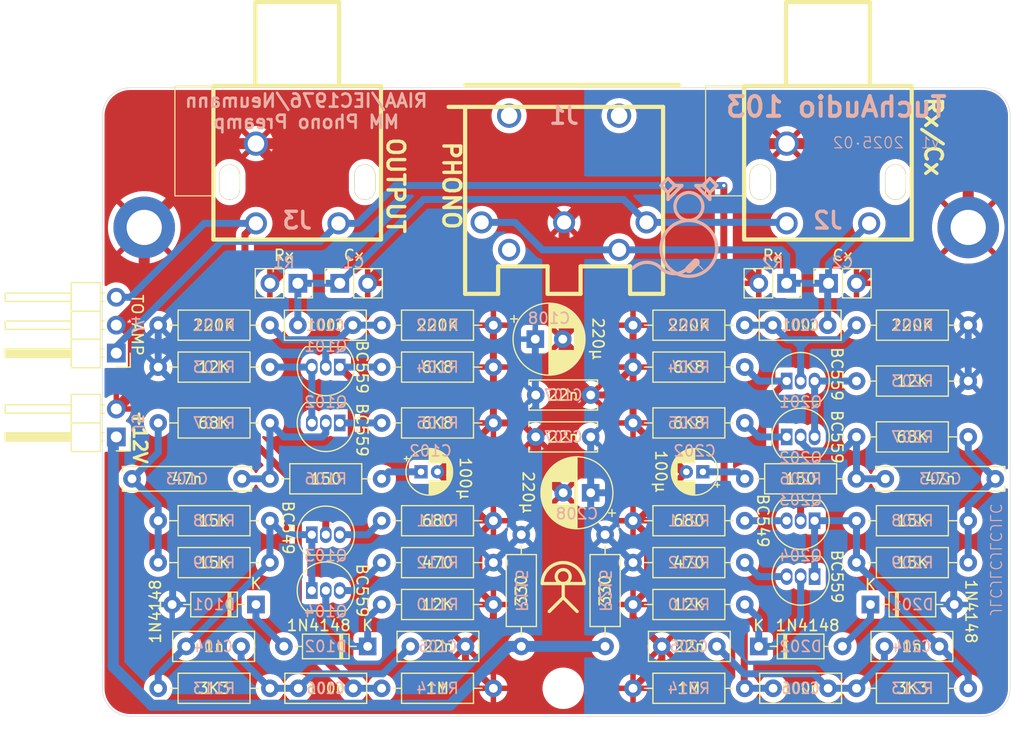
<source format=kicad_pcb>
(kicad_pcb (version 20240108) (generator "pcbnew") (generator_version "8.0")
  (layers (0 "F.Cu" signal) (31 "B.Cu" signal) (34 "B.Paste" user) (35 "F.Paste" user) (36 "B.SilkS" user "B.Silkscreen") (37 "F.SilkS" user "F.Silkscreen") (38 "B.Mask" user) (39 "F.Mask" user) (44 "Edge.Cuts" user))
  (net 0 "")
  (net 1 "GND")
  (net 2 "/IN")
  (net 3 "/IN'")
  (net 4 "/NI_IN")
  (net 5 "/DC_BLK")
  (net 6 "/INV_IN")
  (net 7 "/FB_R")
  (net 8 "/OA_O")
  (net 9 "/LP")
  (net 10 "/OUT")
  (net 11 "/PWR_F")
  (net 12 "/NI_IN'")
  (net 13 "/DC_BLK'")
  (net 14 "/FB_R'")
  (net 15 "/INV_IN'")
  (net 16 "/OA_O'")
  (net 17 "/LP'")
  (net 18 "/OUT'")
  (net 19 "/PWR_F'")
  (net 20 "/H_BIAS")
  (net 21 "/BIAS")
  (net 22 "/H_BIAS'")
  (net 23 "/BIAS'")
  (net 25 "+12V")
  (net 26 "/NI_OUT'")
  (net 27 "/COMMON'")
  (net 28 "/INV_OUT'")
  (net 29 "/COMMON")
  (net 30 "/NI_OUT")
  (net 31 "/INV_OUT")
  (net 32 "/EX_E")
  (net 33 "/CS_E")
  (net 34 "/EX_E'")
  (net 35 "/CS_E'")
  (footprint "Diode_THT:D_DO-35_SOD27_P7.62mm_Horizontal" (layer "F.Cu") (at 109.22 69.85 180)
    (property "Reference" "D101")
    (property "Value" "1N4148")
  )
  (footprint "Capacitor_THT:C_Rect_L11.5mm_W2.0mm_P10.00mm_MKT" (layer "F.Cu") (at 107.95 58.42 180)
    (property "Reference" "C103")
    (property "Value" "47n")
  )
  (footprint "Capacitor_THT:C_Rect_L7.2mm_W2.5mm_P5.00mm_FKS2_FKP2_MKS2_MKP2" (layer "F.Cu") (at 161.25 77.47 180)
    (property "Reference" "C206")
    (property "Value" "100n")
  )
  (footprint "Resistor_THT:R_Axial_DIN0207_L6.3mm_D2.5mm_P10.16mm_Horizontal" (layer "F.Cu") (at 173.99 77.47 180)
    (property "Reference" "R213")
    (property "Value" "3K3")
  )
  (footprint "Resistor_THT:R_Axial_DIN0207_L6.3mm_D2.5mm_P10.16mm_Horizontal" (layer "F.Cu") (at 153.67 77.47 180)
    (property "Reference" "R214")
    (property "Value" "1M")
  )
  (footprint "Diode_THT:D_DO-35_SOD27_P7.62mm_Horizontal" (layer "F.Cu") (at 165.1 69.85)
    (property "Reference" "D201")
    (property "Value" "1N4148")
  )
  (footprint "Resistor_THT:R_Axial_DIN0207_L6.3mm_D2.5mm_P10.16mm_Horizontal" (layer "F.Cu") (at 143.51 66.04)
    (property "Reference" "R212")
    (property "Value" "470")
  )
  (footprint "Package_TO_SOT_THT:TO-92_Inline" (layer "F.Cu") (at 160.02 67.31 180)
    (property "Reference" "Q204")
    (property "Value" "BC559")
  )
  (footprint "Connector_PinSocket_2.54mm:PinSocket_1x02_P2.54mm_Vertical" (layer "F.Cu") (at 161.29 40.64 90)
    (property "Reference" "C2")
    (property "Value" "Cx")
  )
  (footprint "Capacitor_THT:C_Rect_L11.5mm_W2.0mm_P10.00mm_MKT" (layer "F.Cu") (at 166.45 58.42)
    (property "Reference" "C203")
    (property "Value" "47n")
  )
  (footprint "Resistor_THT:R_Axial_DIN0207_L6.3mm_D2.5mm_P10.16mm_Horizontal" (layer "F.Cu") (at 173.99 66.04 180)
    (property "Reference" "R209")
    (property "Value" "15K")
  )
  (footprint "Capacitor_THT:C_Rect_L7.2mm_W2.5mm_P5.00mm_FKS2_FKP2_MKS2_MKP2" (layer "F.Cu") (at 102.87 73.66)
    (property "Reference" "C104")
    (property "Value" "1n")
  )
  (footprint "Resistor_THT:R_Axial_DIN0207_L6.3mm_D2.5mm_P10.16mm_Horizontal" (layer "F.Cu") (at 163.83 58.42 180)
    (property "Reference" "R206")
    (property "Value" "150")
  )
  (footprint "Capacitor_THT:CP_Radial_D6.3mm_P2.50mm" (layer "F.Cu") (at 139.66 59.69 180)
    (property "Reference" "C208")
    (property "Value" "220µ")
  )
  (footprint "Resistor_THT:R_Axial_DIN0207_L6.3mm_D2.5mm_P10.16mm_Horizontal" (layer "F.Cu") (at 173.99 62.23 180)
    (property "Reference" "R208")
    (property "Value" "15K")
  )
  (footprint "MountingHole:MountingHole_3.2mm_M3_DIN965_Pad" (layer "F.Cu") (at 99.06 35.56)
    (property "Reference" "H1" (hide yes))
    (property "Value" "MountingHole_Pad" (hide yes))
  )
  (footprint "Resistor_THT:R_Axial_DIN0207_L6.3mm_D2.5mm_P10.16mm_Horizontal" (layer "F.Cu") (at 100.33 77.47)
    (property "Reference" "R113")
    (property "Value" "3K3")
  )
  (footprint "Resistor_THT:R_Axial_DIN0207_L6.3mm_D2.5mm_P10.16mm_Horizontal" (layer "F.Cu") (at 110.49 53.34 180)
    (property "Reference" "R107")
    (property "Value" "68K")
  )
  (footprint "Package_TO_SOT_THT:TO-92_Inline" (layer "F.Cu") (at 157.48 54.61)
    (property "Reference" "Q202")
    (property "Value" "BC559")
  )
  (footprint "Connector_PinSocket_2.54mm:PinSocket_1x02_P2.54mm_Vertical" (layer "F.Cu") (at 157.48 40.64 -90)
    (property "Reference" "R2")
    (property "Value" "Rx")
  )
  (footprint "Resistor_THT:R_Axial_DIN0207_L6.3mm_D2.5mm_P10.16mm_Horizontal" (layer "F.Cu") (at 100.33 66.04)
    (property "Reference" "R109")
    (property "Value" "15K")
  )
  (footprint "Capacitor_THT:C_Rect_L7.2mm_W2.5mm_P5.00mm_FKS2_FKP2_MKS2_MKP2" (layer "F.Cu") (at 113.03 44.45)
    (property "Reference" "C101")
    (property "Value" "100n")
  )
  (footprint "Resistor_THT:R_Axial_DIN0207_L6.3mm_D2.5mm_P10.16mm_Horizontal" (layer "F.Cu") (at 153.67 53.34 180)
    (property "Reference" "R205")
    (property "Value" "6K8")
  )
  (footprint "durango:DIN 5-180deg" (layer "F.Cu") (at 128.24 24.6)
    (property "Reference" "J1")
    (property "Value" "PHONO")
  )
  (footprint "Resistor_THT:R_Axial_DIN0207_L6.3mm_D2.5mm_P10.16mm_Horizontal" (layer "F.Cu") (at 153.67 62.23 180)
    (property "Reference" "R211")
    (property "Value" "680")
  )
  (footprint "Capacitor_THT:C_Rect_L7.2mm_W2.5mm_P5.00mm_FKS2_FKP2_MKS2_MKP2" (layer "F.Cu") (at 146.13 73.66)
    (property "Reference" "C205")
    (property "Value" "22n")
  )
  (footprint "Resistor_THT:R_Axial_DIN0207_L6.3mm_D2.5mm_P10.16mm_Horizontal" (layer "F.Cu") (at 120.65 69.85)
    (property "Reference" "R110")
    (property "Value" "12K")
  )
  (footprint "Resistor_THT:R_Axial_DIN0207_L6.3mm_D2.5mm_P10.16mm_Horizontal" (layer "F.Cu") (at 153.67 48.26 180)
    (property "Reference" "R204")
    (property "Value" "6K8")
  )
  (footprint "Resistor_THT:R_Axial_DIN0207_L6.3mm_D2.5mm_P10.16mm_Horizontal" (layer "F.Cu") (at 173.99 44.45 180)
    (property "Reference" "R201")
    (property "Value" "220K")
  )
  (footprint "Capacitor_THT:C_Rect_L7.2mm_W2.5mm_P5.00mm_FKS2_FKP2_MKS2_MKP2" (layer "F.Cu") (at 171.37 73.66 180)
    (property "Reference" "C204")
    (property "Value" "1n")
  )
  (footprint "Resistor_THT:R_Axial_DIN0207_L6.3mm_D2.5mm_P10.16mm_Horizontal" (layer "F.Cu") (at 100.33 62.23)
    (property "Reference" "R108")
    (property "Value" "15K")
  )
  (footprint "Resistor_THT:R_Axial_DIN0207_L6.3mm_D2.5mm_P10.16mm_Horizontal" (layer "F.Cu") (at 120.65 44.45)
    (property "Reference" "R102")
    (property "Value" "220K")
  )
  (footprint "Capacitor_THT:C_Disc_D6.0mm_W2.5mm_P5.00mm" (layer "F.Cu") (at 139.66 50.8 180)
    (property "Reference" "C107")
    (property "Value" "22n")
  )
  (footprint "Diode_THT:D_DO-35_SOD27_P7.62mm_Horizontal" (layer "F.Cu") (at 119.38 73.66 180)
    (property "Reference" "D102")
    (property "Value" "1N4148")
  )
  (footprint "Connector_PinHeader_2.54mm:PinHeader_1x02_P2.54mm_Horizontal" (layer "F.Cu") (at 96.52 54.61 180)
    (property "Reference" "J5")
    (property "Value" "+12V")
  )
  (footprint "Resistor_THT:R_Axial_DIN0207_L6.3mm_D2.5mm_P10.16mm_Horizontal" (layer "F.Cu") (at 173.99 49.53 180)
    (property "Reference" "R203")
    (property "Value" "12K")
  )
  (footprint "Package_TO_SOT_THT:TO-92_Inline" (layer "F.Cu") (at 116.84 48.26 180)
    (property "Reference" "Q101")
    (property "Value" "BC559")
  )
  (footprint "Resistor_THT:R_Axial_DIN0207_L6.3mm_D2.5mm_P10.16mm_Horizontal" (layer "F.Cu") (at 120.65 48.26)
    (property "Reference" "R104")
    (property "Value" "6K8")
  )
  (footprint "Resistor_THT:R_Axial_DIN0207_L6.3mm_D2.5mm_P10.16mm_Horizontal" (layer "F.Cu") (at 120.65 53.34)
    (property "Reference" "R105")
    (property "Value" "6K8")
  )
  (footprint "Package_TO_SOT_THT:TO-92_Inline" (layer "F.Cu") (at 160.02 62.23 180)
    (property "Reference" "Q203")
    (property "Value" "BC549")
  )
  (footprint "Package_TO_SOT_THT:TO-92_Inline" (layer "F.Cu") (at 114.3 63.5)
    (property "Reference" "Q103")
    (property "Value" "BC549")
  )
  (footprint "Capacitor_THT:CP_Radial_D6.3mm_P2.50mm" (layer "F.Cu") (at 134.62 45.72)
    (property "Reference" "C108")
    (property "Value" "220µ")
  )
  (footprint "Resistor_THT:R_Axial_DIN0207_L6.3mm_D2.5mm_P10.16mm_Horizontal" (layer "F.Cu") (at 120.65 77.47)
    (property "Reference" "R114")
    (property "Value" "1M")
  )
  (footprint "Connector_PinSocket_2.54mm:PinSocket_1x02_P2.54mm_Vertical" (layer "F.Cu") (at 116.84 40.64 90)
    (property "Reference" "C1")
    (property "Value" "Cx")
  )
  (footprint "Resistor_THT:R_Axial_DIN0207_L6.3mm_D2.5mm_P10.16mm_Horizontal" (layer "F.Cu") (at 133.35 63.5 -90)
    (property "Reference" "R115")
    (property "Value" "330")
  )
  (footprint "Capacitor_THT:C_Rect_L7.2mm_W2.5mm_P5.00mm_FKS2_FKP2_MKS2_MKP2" (layer "F.Cu") (at 113.07 77.47)
    (property "Reference" "C106")
    (property "Value" "100n")
  )
  (footprint "Resistor_THT:R_Axial_DIN0207_L6.3mm_D2.5mm_P10.16mm_Horizontal" (layer "F.Cu") (at 130.81 66.04 180)
    (property "Reference" "R112")
    (property "Value" "470")
  )
  (footprint "Diode_THT:D_DO-35_SOD27_P7.62mm_Horizontal" (layer "F.Cu") (at 154.94 73.66)
    (property "Reference" "D202")
    (property "Value" "1N4148")
  )
  (footprint "Resistor_THT:R_Axial_DIN0207_L6.3mm_D2.5mm_P10.16mm_Horizontal" (layer "F.Cu") (at 100.33 44.45)
    (property "Reference" "R101")
    (property "Value" "220K")
  )
  (footprint "Resistor_THT:R_Axial_DIN0207_L6.3mm_D2.5mm_P10.16mm_Horizontal" (layer "F.Cu") (at 163.83 54.61)
    (property "Reference" "R207")
    (property "Value" "68K")
  )
  (footprint "Capacitor_THT:C_Disc_D6.0mm_W2.5mm_P5.00mm" (layer "F.Cu") (at 134.66 54.61)
    (property "Reference" "C207")
    (property "Value" "22n")
  )
  (footprint "durango:2xRCA_vertical" (layer "F.Cu") (at 118.05 22.69 180)
    (property "Reference" "J3")
    (property "Value" "OUTPUT")
  )
  (footprint "Package_TO_SOT_THT:TO-92_Inline" (layer "F.Cu") (at 116.84 53.34 180)
    (property "Reference" "Q102")
    (property "Value" "BC559")
  )
  (footprint "Resistor_THT:R_Axial_DIN0207_L6.3mm_D2.5mm_P10.16mm_Horizontal" (layer "F.Cu") (at 100.33 48.26)
    (property "Reference" "R103")
    (property "Value" "12K")
  )
  (footprint "Capacitor_THT:C_Rect_L7.2mm_W2.5mm_P5.00mm_FKS2_FKP2_MKS2_MKP2" (layer "F.Cu") (at 161.21 44.45 180)
    (property "Reference" "C201")
    (property "Value" "100n")
  )
  (footprint "Capacitor_THT:CP_Radial_D4.0mm_P1.50mm" (layer "F.Cu") (at 149.86 57.785 180)
    (property "Reference" "C202")
    (property "Value" "100µ")
  )
  (footprint "Connector_PinSocket_2.54mm:PinSocket_1x02_P2.54mm_Vertical" (layer "F.Cu") (at 113.03 40.64 -90)
    (property "Reference" "R1")
    (property "Value" "Rx")
  )
  (footprint "Capacitor_THT:CP_Radial_D4.0mm_P1.50mm" (layer "F.Cu") (at 124.23 57.785)
    (property "Reference" "C102")
    (property "Value" "100µ")
  )
  (footprint "Connector_PinHeader_2.54mm:PinHeader_1x03_P2.54mm_Horizontal" (layer "F.Cu") (at 96.52 46.99 180)
    (property "Reference" "J4")
    (property "Value" "TO AMP")
  )
  (footprint "Package_TO_SOT_THT:TO-92_Inline" (layer "F.Cu") (at 114.3 68.58)
    (property "Reference" "Q104")
    (property "Value" "BC559")
  )
  (footprint "Resistor_THT:R_Axial_DIN0207_L6.3mm_D2.5mm_P10.16mm_Horizontal" (layer "F.Cu") (at 153.67 69.85 180)
    (property "Reference" "R210")
    (property "Value" "12K")
  )
  (footprint "MountingHole:MountingHole_3.2mm_M3_DIN965_Pad" (layer "F.Cu") (at 173.99 35.56)
    (property "Reference" "H2" (hide yes))
    (property "Value" "MountingHole_Pad" (hide yes))
  )
  (footprint "Resistor_THT:R_Axial_DIN0207_L6.3mm_D2.5mm_P10.16mm_Horizontal" (layer "F.Cu") (at 110.49 58.42)
    (property "Reference" "R106")
    (property "Value" "150")
  )
  (footprint "Resistor_THT:R_Axial_DIN0207_L6.3mm_D2.5mm_P10.16mm_Horizontal" (layer "F.Cu") (at 140.97 63.5 -90)
    (property "Reference" "R215")
    (property "Value" "330")
  )
  (footprint "Capacitor_THT:C_Rect_L7.2mm_W2.5mm_P5.00mm_FKS2_FKP2_MKS2_MKP2" (layer "F.Cu") (at 128.27 73.66 180)
    (property "Reference" "C105")
    (property "Value" "22n")
  )
  (footprint "Resistor_THT:R_Axial_DIN0207_L6.3mm_D2.5mm_P10.16mm_Horizontal" (layer "F.Cu") (at 120.65 62.23)
    (property "Reference" "R111")
    (property "Value" "680")
  )
  (footprint "MountingHole:MountingHole_3.2mm_M3" (layer "F.Cu") (at 137.16 77.47)
    (property "Reference" "H3" (hide yes))
    (property "Value" "MountingHole" (hide yes))
  )
  (footprint "Package_TO_SOT_THT:TO-92_Inline" (layer "F.Cu") (at 157.48 49.53)
    (property "Reference" "Q201")
    (property "Value" "BC559")
  )
  (footprint "durango:2xRCA_vertical" (layer "F.Cu") (at 166.31 22.69 180)
    (property "Reference" "J2")
    (property "Value" "Rx/Cx")
  )
  (footprint "Resistor_THT:R_Axial_DIN0207_L6.3mm_D2.5mm_P10.16mm_Horizontal" (layer "F.Cu") (at 153.67 44.45 180)
    (property "Reference" "R202")
    (property "Value" "220K")
  )
  (gr_circle (center 148.59 37.465) (end 151.13 37.465) (stroke (width 0.3)) (fill none) (layer "B.SilkS"))
  (gr_circle (center 148.59 33.655) (end 149.86 33.655) (stroke (width 0.3)) (fill none) (layer "B.SilkS"))
  (gr_arc (start 148.536746 39.205356) (mid 147.305261 39.764643) (end 146.05 39.261051) (stroke (width 0.3)) (layer "B.SilkS"))
  (gr_line (start 146.685 33.02) (end 147.955 31.75) (stroke (width 0.3)) (layer "B.SilkS"))
  (gr_line (start 150.495 32.385) (end 151.13 31.75) (stroke (width 0.3)) (layer "B.SilkS"))
  (gr_line (start 149.86 31.75) (end 150.495 32.385) (stroke (width 0.3)) (layer "B.SilkS"))
  (gr_line (start 146.05 31.75) (end 146.685 31.115) (stroke (width 0.3)) (layer "B.SilkS"))
  (gr_line (start 147.955 31.75) (end 147.32 31.75) (stroke (width 0.3)) (layer "B.SilkS"))
  (gr_line (start 149.225 38.735) (end 149.86 39.37) (stroke (width 0.1)) (layer "B.SilkS"))
  (gr_line (start 149.225 31.75) (end 149.86 32.385) (stroke (width 0.3)) (layer "B.SilkS"))
  (gr_line (start 150.495 31.115) (end 149.86 31.75) (stroke (width 0.3)) (layer "B.SilkS"))
  (gr_line (start 146.685 31.115) (end 147.32 31.75) (stroke (width 0.3)) (layer "B.SilkS"))
  (gr_line (start 149.86 31.75) (end 149.225 31.75) (stroke (width 0.3)) (layer "B.SilkS"))
  (gr_line (start 150.495 33.02) (end 150.495 32.385) (stroke (width 0.3)) (layer "B.SilkS"))
  (gr_line (start 151.13 31.75) (end 150.495 31.115) (stroke (width 0.3)) (layer "B.SilkS"))
  (gr_line (start 146.685 32.385) (end 146.05 31.75) (stroke (width 0.3)) (layer "B.SilkS"))
  (gr_line (start 147.32 31.75) (end 146.685 32.385) (stroke (width 0.3)) (layer "B.SilkS"))
  (gr_arc (start 143.51 39.261051) (mid 144.78 38.735) (end 146.05 39.261051) (stroke (width 0.3)) (layer "B.SilkS"))
  (gr_line (start 149.86 32.385) (end 150.495 33.02) (stroke (width 0.3)) (layer "B.SilkS"))
  (gr_line (start 146.685 32.385) (end 146.685 33.02) (stroke (width 0.3)) (layer "B.SilkS"))
  (gr_line (start 148.59 39.37) (end 149.225 38.735) (stroke (width 0.7) (type dash_dot_dot)) (layer "B.SilkS"))
  (gr_arc (start 135.255 67.945) (mid 137.16 66.04) (end 139.065 67.945) (stroke (width 0.3)) (layer "F.SilkS"))
  (gr_circle (center 137.16 67.31) (end 137.795 67.31) (stroke (width 0.3)) (fill none) (layer "F.SilkS"))
  (gr_line (start 135.255 67.945) (end 139.065 67.945) (stroke (width 0.3)) (layer "F.SilkS"))
  (gr_line (start 137.16 69.215) (end 135.89 70.485) (stroke (width 0.3)) (layer "F.SilkS"))
  (gr_line (start 137.16 67.945) (end 137.16 69.215) (stroke (width 0.3)) (layer "F.SilkS"))
  (gr_line (start 137.16 69.215) (end 138.43 70.485) (stroke (width 0.3)) (layer "F.SilkS"))
  (gr_arc (start 177.8 77.47) (mid 177.056051 79.266051) (end 175.26 80.01) (stroke (width 0.05)) (layer "Edge.Cuts"))
  (gr_arc (start 175.26 22.86) (mid 177.056051 23.603949) (end 177.8 25.4) (stroke (width 0.05)) (layer "Edge.Cuts"))
  (gr_line (start 177.8 25.4) (end 177.8 77.47) (stroke (width 0.05)) (layer "Edge.Cuts"))
  (gr_line (start 97.79 22.86) (end 175.26 22.86) (stroke (width 0.05)) (layer "Edge.Cuts"))
  (gr_line (start 175.26 80.01) (end 97.79 80.01) (stroke (width 0.05)) (layer "Edge.Cuts"))
  (gr_arc (start 95.25 25.4) (mid 95.993949 23.603949) (end 97.79 22.86) (stroke (width 0.05)) (layer "Edge.Cuts"))
  (gr_arc (start 97.79 80.01) (mid 95.993949 79.266051) (end 95.25 77.47) (stroke (width 0.05)) (layer "Edge.Cuts"))
  (gr_line (start 95.25 77.47) (end 95.25 25.4) (stroke (width 0.05)) (layer "Edge.Cuts"))
  (gr_text "TuchAudio 103" (at 172.212 25.654 0) (layer "B.SilkS") (effects (font (size 1.8 1.8) (thickness 0.36) (bold yes)) (justify left bottom mirror)))
  (gr_text "RIAA/IEC1976/Neumann\nMM Phono Preamp" (at 113.792 26.67 0) (layer "B.SilkS") (effects (font (size 1.2 1.2) (thickness 0.24) (bold yes)) (justify bottom mirror)))
  (gr_text "JLCJLCJLCJLC" (at 175.895 70.993 -90) (layer "B.SilkS") (effects (font (size 1 1) (thickness 0.1)) (justify left bottom mirror)))
  (gr_text "v1  2025·02" (at 171.45 28.448 0) (layer "B.SilkS") (effects (font (size 1 1) (thickness 0.1)) (justify left bottom mirror)))
  (segment (start 134.66 57.19) (end 137.16 59.69) (width 1) (layer "F.Cu") (net 1))
  (segment (start 109.22 27.94) (end 111.34 30.06) (width 1) (layer "F.Cu") (net 1))
  (segment (start 169.28 28.31) (end 168.91 27.94) (width 1) (layer "F.Cu") (net 1))
  (segment (start 144.8275 63.5475) (end 144.8275 68.5325) (width 0.635) (layer "F.Cu") (net 1))
  (segment (start 147.955 57.785) (end 148.36 57.785) (width 0.635) (layer "F.Cu") (net 1))
  (segment (start 173.99 31.600203) (end 173.99 35.56) (width 1) (layer "F.Cu") (net 1))
  (segment (start 130.81 62.23) (end 129.4925 63.5475) (width 0.635) (layer "F.Cu") (net 1))
  (segment (start 121.02 30.002994) (end 121.02 39) (width 1) (layer "F.Cu") (net 1))
  (segment (start 130.175 62.23) (end 130.81 62.23) (width 0.635) (layer "F.Cu") (net 1))
  (segment (start 134.66 54.61) (end 134.66 57.19) (width 1) (layer "F.Cu") (net 1))
  (segment (start 130.08 27.94) (end 137.24 35.1) (width 1) (layer "F.Cu") (net 1))
  (segment (start 125.73 57.785) (end 130.175 62.23) (width 0.635) (layer "F.Cu") (net 1))
  (segment (start 96.52 44.45) (end 97.08 44.45) (width 1) (layer "F.Cu") (net 1))
  (segment (start 130.81 44.45) (end 130.81 53.34) (width 0.635) (layer "F.Cu") (net 1))
  (segment (start 128.27 73.66) (end 128.27 74.93) (width 0.635) (layer "F.Cu") (net 1))
  (segment (start 148.36 57.785) (end 143.915 62.23) (width 0.635) (layer "F.Cu") (net 1))
  (segment (start 137.24 35.1) (end 137.24 48.38) (width 1) (layer "F.Cu") (net 1))
  (segment (start 106.68 27.94) (end 109.22 27.94) (width 1) (layer "F.Cu") (net 1))
  (segment (start 154.94 27.94) (end 157.48 27.94) (width 1) (layer "F.Cu") (net 1))
  (segment (start 146.13 74.85) (end 143.51 77.47) (width 0.635) (layer "F.Cu") (net 1))
  (segment (start 163.83 40.64) (end 169.28 35.19) (width 1) (layer "F.Cu") (net 1))
  (segment (start 140.97 50.8) (end 143.51 48.26) (width 0.635) (layer "F.Cu") (net 1))
  (segment (start 157.48 27.94) (end 168.91 27.94) (width 1) (layer "F.Cu") (net 1))
  (segment (start 133.39 53.34) (end 134.66 54.61) (width 0.635) (layer "F.Cu") (net 1))
  (segment (start 121.02 39) (end 119.38 40.64) (width 1) (layer "F.Cu") (net 1))
  (segment (start 99.06 35.56) (end 106.68 27.94) (width 1) (layer "F.Cu") (net 1))
  (segment (start 143.915 62.23) (end 143.51 62.23) (width 0.635) (layer "F.Cu") (net 1))
  (segment (start 129.4925 68.5325) (end 130.81 69.85) (width 0.635) (layer "F.Cu") (net 1))
  (segment (start 130.81 71.12) (end 128.27 73.66) (width 0.635) (layer "F.Cu") (net 1))
  (segment (start 111.34 39.79) (end 110.49 40.64) (width 1) (layer "F.Cu") (net 1))
  (segment (start 143.51 71.04) (end 146.13 73.66) (width 0.635) (layer "F.Cu") (net 1))
  (segment (start 126.365 57.785) (end 125.73 57.785) (width 0.635) (layer "F.Cu") (net 1))
  (segment (start 118.957006 27.94) (end 121.02 30.002994) (width 1) (layer "F.Cu") (net 1))
  (segment (start 128.27 74.93) (end 130.81 77.47) (width 0.635) (layer "F.Cu") (net 1))
  (segment (start 144.8275 68.5325) (end 143.51 69.85) (width 0.635) (layer "F.Cu") (net 1))
  (segment (start 143.51 62.23) (end 144.8275 63.5475) (width 0.635) (layer "F.Cu") (net 1))
  (segment (start 109.22 27.94) (end 118.957006 27.94) (width 1) (layer "F.Cu") (net 1))
  (segment (start 130.81 53.34) (end 133.39 53.34) (width 0.635) (layer "F.Cu") (net 1))
  (segment (start 137.24 48.38) (end 139.66 50.8) (width 1) (layer "F.Cu") (net 1))
  (segment (start 138.47 50.8) (end 134.66 54.61) (width 1) (layer "F.Cu") (net 1))
  (segment (start 99.06 35.56) (end 99.06 41.91) (width 1) (layer "F.Cu") (net 1))
  (segment (start 130.81 53.34) (end 126.365 57.785) (width 0.635) (layer "F.Cu") (net 1))
  (segment (start 139.66 50.8) (end 138.47 50.8) (width 1) (layer "F.Cu") (net 1))
  (segment (start 146.13 73.66) (end 146.13 74.85) (width 0.635) (layer "F.Cu") (net 1))
  (segment (start 111.34 30.06) (end 111.34 39.79) (width 1) (layer "F.Cu") (net 1))
  (segment (start 170.329797 27.94) (end 173.99 31.600203) (width 1) (layer "F.Cu") (net 1))
  (segment (start 143.51 48.26) (end 143.51 53.34) (width 0.635) (layer "F.Cu") (net 1))
  (segment (start 99.06 41.91) (end 96.52 44.45) (width 1) (layer "F.Cu") (net 1))
  (segment (start 139.66 50.8) (end 140.97 50.8) (width 0.635) (layer "F.Cu") (net 1))
  (segment (start 137.24 35.1) (end 144.4 27.94) (width 1) (layer "F.Cu") (net 1))
  (segment (start 143.51 69.85) (end 143.51 71.04) (width 0.635) (layer "F.Cu") (net 1))
  (segment (start 168.91 27.94) (end 170.329797 27.94) (width 1) (layer "F.Cu") (net 1))
  (segment (start 143.51 53.34) (end 147.955 57.785) (width 0.635) (layer "F.Cu") (net 1))
  (segment (start 129.4925 63.5475) (end 129.4925 68.5325) (width 0.635) (layer "F.Cu") (net 1))
  (segment (start 98.07 50.52) (end 96.52 52.07) (width 1) (layer "F.Cu") (net 1))
  (segment (start 118.957006 27.94) (end 130.08 27.94) (width 1) (layer "F.Cu") (net 1))
  (segment (start 153.18 29.7) (end 154.94 27.94) (width 1) (layer "F.Cu") (net 1))
  (segment (start 130.81 69.85) (end 130.81 71.12) (width 0.635) (layer "F.Cu") (net 1))
  (segment (start 97.08 44.45) (end 98.07 45.44) (width 1) (layer "F.Cu") (net 1))
  (segment (start 98.07 45.44) (end 98.07 50.52) (width 1) (layer "F.Cu") (net 1))
  (segment (start 144.4 27.94) (end 154.94 27.94) (width 1) (layer "F.Cu") (net 1))
  (segment (start 154.94 40.64) (end 153.18 38.88) (width 1) (layer "F.Cu") (net 1))
  (segment (start 153.18 38.88) (end 153.18 29.7) (width 1) (layer "F.Cu") (net 1))
  (segment (start 169.28 35.19) (end 169.28 28.31) (width 1) (layer "F.Cu") (net 1))
  (segment (start 143.51 44.45) (end 143.51 48.26) (width 0.635) (layer "F.Cu") (net 1))
  (segment (start 144.74 35.1) (end 142.66 33.02) (width 0.635) (layer "B.Cu") (net 2))
  (segment (start 142.66 33.02) (end 124.46 33.02) (width 0.635) (layer "B.Cu") (net 2))
  (segment (start 124.46 33.02) (end 116.84 40.64) (width 0.635) (layer "B.Cu") (net 2))
  (segment (start 157.39 35.1) (end 157.48 35.19) (width 0.635) (layer "B.Cu") (net 2))
  (segment (start 116.84 40.64) (end 113.03 40.64) (width 0.635) (layer "B.Cu") (net 2))
  (segment (start 113.03 40.64) (end 113.03 44.45) (width 0.635) (layer "B.Cu") (net 2))
  (segment (start 144.74 35.1) (end 157.39 35.1) (width 0.635) (layer "B.Cu") (net 2))
  (segment (start 132.775 35.1) (end 135.275 37.6) (width 0.635) (layer "B.Cu") (net 3))
  (segment (start 161.21 40.72) (end 161.29 40.64) (width 0.635) (layer "B.Cu") (net 3))
  (segment (start 156.98 37.6) (end 157.48 38.1) (width 0.635) (layer "B.Cu") (net 3))
  (segment (start 161.21 44.45) (end 161.21 40.72) (width 0.635) (layer "B.Cu") (net 3))
  (segment (start 129.74 35.1) (end 132.775 35.1) (width 0.635) (layer "B.Cu") (net 3))
  (segment (start 161.29 40.64) (end 157.48 40.64) (width 0.635) (layer "B.Cu") (net 3))
  (segment (start 142.24 37.6) (end 156.98 37.6) (width 0.635) (layer "B.Cu") (net 3))
  (segment (start 157.48 38.1) (end 157.48 40.64) (width 0.635) (layer "B.Cu") (net 3))
  (segment (start 161.29 40.64) (end 161.29 38.88) (width 0.635) (layer "B.Cu") (net 3))
  (segment (start 135.275 37.6) (end 142.24 37.6) (width 0.635) (layer "B.Cu") (net 3))
  (segment (start 161.29 38.88) (end 164.98 35.19) (width 0.635) (layer "B.Cu") (net 3))
  (segment (start 118.03 44.45) (end 120.65 44.45) (width 0.635) (layer "B.Cu") (net 4))
  (segment (start 115.57 46.355) (end 115.5225 46.355) (width 0.635) (layer "B.Cu") (net 4))
  (segment (start 115.6175 46.355) (end 116.205 45.7675) (width 0.635) (layer "B.Cu") (net 4))
  (segment (start 110.49 44.45) (end 111.8075 45.7675) (width 0.635) (layer "B.Cu") (net 4))
  (segment (start 115.57 45.7675) (end 116.205 45.7675) (width 0.635) (layer "B.Cu") (net 4))
  (segment (start 116.205 45.7675) (end 116.7125 45.7675) (width 0.635) (layer "B.Cu") (net 4))
  (segment (start 115.57 46.355) (end 115.57 48.26) (width 0.635) (layer "B.Cu") (net 4))
  (segment (start 111.8075 45.7675) (end 114.935 45.7675) (width 0.635) (layer "B.Cu") (net 4))
  (segment (start 116.7125 45.7675) (end 118.03 44.45) (width 0.635) (layer "B.Cu") (net 4))
  (segment (start 115.57 45.7675) (end 115.57 46.355) (width 0.635) (layer "B.Cu") (net 4))
  (segment (start 115.57 46.355) (end 115.6175 46.355) (width 0.635) (layer "B.Cu") (net 4))
  (segment (start 115.5225 46.355) (end 114.935 45.7675) (width 0.635) (layer "B.Cu") (net 4))
  (segment (start 114.935 45.7675) (end 115.57 45.7675) (width 0.635) (layer "B.Cu") (net 4))
  (segment (start 124.23 57.785) (end 121.285 57.785) (width 0.635) (layer "B.Cu") (net 5))
  (segment (start 121.285 57.785) (end 120.65 58.42) (width 0.635) (layer "B.Cu") (net 5))
  (segment (start 110.49 53.34) (end 110.49 58.42) (width 0.635) (layer "B.Cu") (net 6))
  (segment (start 115.235 54.61) (end 115.57 54.275) (width 0.635) (layer "B.Cu") (net 6))
  (segment (start 110.49 53.34) (end 111.76 54.61) (width 0.635) (layer "B.Cu") (net 6))
  (segment (start 110.49 58.42) (end 107.95 58.42) (width 0.635) (layer "B.Cu") (net 6))
  (segment (start 111.76 54.61) (end 115.235 54.61) (width 0.635) (layer "B.Cu") (net 6))
  (segment (start 115.57 54.275) (end 115.57 53.34) (width 0.635) (layer "B.Cu") (net 6))
  (segment (start 100.33 56.04) (end 97.95 58.42) (width 0.635) (layer "B.Cu") (net 7))
  (segment (start 100.33 62.23) (end 100.33 66.04) (width 0.635) (layer "B.Cu") (net 7))
  (segment (start 100.33 53.34) (end 100.33 56.04) (width 0.635) (layer "B.Cu") (net 7))
  (segment (start 100.33 62.23) (end 100.33 60.8) (width 0.635) (layer "B.Cu") (net 7))
  (segment (start 100.33 60.8) (end 97.95 58.42) (width 0.635) (layer "B.Cu") (net 7))
  (segment (start 110.49 62.23) (end 110.49 66.04) (width 0.635) (layer "B.Cu") (net 8))
  (segment (start 100.33 76.2) (end 102.87 73.66) (width 0.635) (layer "B.Cu") (net 8))
  (segment (start 100.33 77.47) (end 100.33 76.2) (width 0.635) (layer "B.Cu") (net 8))
  (segment (start 102.87 73.66) (end 110.49 66.04) (width 0.635) (layer "B.Cu") (net 8))
  (segment (start 114.3 63.5) (end 114.3 68.58) (width 0.635) (layer "B.Cu") (net 8))
  (segment (start 111.76 63.5) (end 110.49 62.23) (width 0.635) (layer "B.Cu") (net 8))
  (segment (start 114.3 63.5) (end 111.76 63.5) (width 0.635) (layer "B.Cu") (net 8))
  (segment (start 107.87 74.85) (end 110.49 77.47) (width 0.635) (layer "B.Cu") (net 9))
  (segment (start 120.7775 76.1525) (end 123.27 73.66) (width 0.635) (layer "B.Cu") (net 9))
  (segment (start 107.87 73.66) (end 107.87 74.85) (width 0.635) (layer "B.Cu") (net 9))
  (segment (start 110.49 77.47) (end 113.07 77.47) (width 0.635) (layer "B.Cu") (net 9))
  (segment (start 113.07 77.47) (end 114.3875 76.1525) (width 0.635) (layer "B.Cu") (net 9))
  (segment (start 114.3875 76.1525) (end 120.7775 76.1525) (width 0.635) (layer "B.Cu") (net 9))
  (segment (start 109.22 35.19) (end 108.22 36.19) (width 0.635) (layer "F.Cu") (net 10))
  (segment (start 113.0775 59.144273) (end 113.0775 72.4775) (width 0.635) (layer "F.Cu") (net 10))
  (segment (start 108.22 36.19) (end 108.22 54.286773) (width 0.635) (layer "F.Cu") (net 10))
  (segment (start 113.0775 72.4775) (end 118.07 77.47) (width 0.635) (layer "F.Cu") (net 10))
  (segment (start 108.22 54.286773) (end 113.0775 59.144273) (width 0.635) (layer "F.Cu") (net 10))
  (segment (start 96.52 41.91) (end 97.79 41.91) (width 0.635) (layer "B.Cu") (net 10))
  (segment (start 118.07 77.47) (end 120.65 77.47) (width 0.635) (layer "B.Cu") (net 10))
  (segment (start 97.79 41.91) (end 104.51 35.19) (width 0.635) (layer "B.Cu") (net 10))
  (segment (start 104.51 35.19) (end 109.22 35.19) (width 0.635) (layer "B.Cu") (net 10))
  (segment (start 101.6475 60.325) (end 101.6475 69.8025) (width 0.635) (layer "B.Cu") (net 11))
  (segment (start 101.6475 60.325) (end 132.550001 60.325) (width 0.635) (layer "B.Cu") (net 11))
  (segment (start 130.81 66.04) (end 133.35 63.5) (width 0.635) (layer "B.Cu") (net 11))
  (segment (start 100.33 48.26) (end 101.6475 49.5775) (width 0.635) (layer "B.Cu") (net 11))
  (segment (start 132.550001 62.700001) (end 133.35 63.5) (width 0.635) (layer "B.Cu") (net 11))
  (segment (start 132.550001 60.325) (end 132.550001 62.700001) (width 0.635) (layer "B.Cu") (net 11))
  (segment (start 100.33 44.45) (end 100.33 48.26) (width 0.635) (layer "B.Cu") (net 11))
  (segment (start 101.6475 49.5775) (end 101.6475 60.325) (width 0.635) (layer "B.Cu") (net 11))
  (segment (start 134.62 50.76) (end 134.66 50.8) (width 0.635) (layer "B.Cu") (net 11))
  (segment (start 101.6475 69.8025) (end 101.6 69.85) (width 0.635) (layer "B.Cu") (net 11))
  (segment (start 134.62 45.72) (end 134.62 50.76) (width 0.635) (layer "B.Cu") (net 11))
  (segment (start 134.66 50.8) (end 134.66 51.93137) (width 0.635) (layer "B.Cu") (net 11))
  (segment (start 134.66 51.93137) (end 132.550001 54.041369) (width 0.635) (layer "B.Cu") (net 11))
  (segment (start 132.550001 54.041369) (end 132.550001 60.325) (width 0.635) (layer "B.Cu") (net 11))
  (segment (start 158.7975 46.355) (end 158.7025 46.355) (width 0.635) (layer "B.Cu") (net 12))
  (segment (start 158.75 49.53) (end 158.75 46.355) (width 0.635) (layer "B.Cu") (net 12))
  (segment (start 158.7975 46.355) (end 159.385 45.7675) (width 0.635) (layer "B.Cu") (net 12))
  (segment (start 162.5125 45.7675) (end 163.83 44.45) (width 0.635) (layer "B.Cu") (net 12))
  (segment (start 156.21 44.45) (end 157.5275 45.7675) (width 0.635) (layer "B.Cu") (net 12))
  (segment (start 158.115 45.7675) (end 158.75 45.7675) (width 0.635) (layer "B.Cu") (net 12))
  (segment (start 158.7025 46.355) (end 158.115 45.7675) (width 0.635) (layer "B.Cu") (net 12))
  (segment (start 153.67 44.45) (end 156.21 44.45) (width 0.635) (layer "B.Cu") (net 12))
  (segment (start 158.75 45.7675) (end 159.385 45.7675) (width 0.635) (layer "B.Cu") (net 12))
  (segment (start 159.385 45.7675) (end 162.5125 45.7675) (width 0.635) (layer "B.Cu") (net 12))
  (segment (start 157.5275 45.7675) (end 158.115 45.7675) (width 0.635) (layer "B.Cu") (net 12))
  (segment (start 158.75 46.355) (end 158.7975 46.355) (width 0.635) (layer "B.Cu") (net 12))
  (segment (start 158.75 46.355) (end 158.75 45.7675) (width 0.635) (layer "B.Cu") (net 12))
  (segment (start 149.86 57.785) (end 153.035 57.785) (width 0.635) (layer "B.Cu") (net 13))
  (segment (start 153.035 57.785) (end 153.67 58.42) (width 0.635) (layer "B.Cu") (net 13))
  (segment (start 173.99 55.96) (end 176.45 58.42) (width 0.635) (layer "B.Cu") (net 14))
  (segment (start 173.99 66.04) (end 173.99 62.23) (width 0.635) (layer "B.Cu") (net 14))
  (segment (start 173.99 60.88) (end 176.45 58.42) (width 0.635) (layer "B.Cu") (net 14))
  (segment (start 173.99 62.23) (end 173.99 60.88) (width 0.635) (layer "B.Cu") (net 14))
  (segment (start 173.99 54.61) (end 173.99 55.96) (width 0.635) (layer "B.Cu") (net 14))
  (segment (start 159.590682 55.88) (end 162.56 55.88) (width 0.635) (layer "B.Cu") (net 15))
  (segment (start 163.83 54.61) (end 163.83 58.42) (width 0.635) (layer "B.Cu") (net 15))
  (segment (start 158.75 55.039318) (end 159.590682 55.88) (width 0.635) (layer "B.Cu") (net 15))
  (segment (start 166.45 58.42) (end 163.83 58.42) (width 0.635) (layer "B.Cu") (net 15))
  (segment (start 162.56 55.88) (end 163.83 54.61) (width 0.635) (layer "B.Cu") (net 15))
  (segment (start 158.75 54.61) (end 158.75 55.039318) (width 0.635) (layer "B.Cu") (net 15))
  (segment (start 173.99 76.28) (end 171.37 73.66) (width 0.635) (layer "B.Cu") (net 16))
  (segment (start 163.83 66.04) (end 163.83 62.23) (width 0.635) (layer "B.Cu") (net 16))
  (segment (start 163.83 62.23) (end 160.02 62.23) (width 0.635) (layer "B.Cu") (net 16))
  (segment (start 163.83 66.12) (end 163.83 66.04) (width 0.635) (layer "B.Cu") (net 16))
  (segment (start 171.37 73.66) (end 163.83 66.12) (width 0.635) (layer "B.Cu") (net 16))
  (segment (start 160.02 62.23) (end 160.02 67.31) (width 0.635) (layer "B.Cu") (net 16))
  (segment (start 173.99 77.47) (end 173.99 76.28) (width 0.635) (layer "B.Cu") (net 16))
  (segment (start 161.25 77.47) (end 163.83 77.47) (width 0.635) (layer "B.Cu") (net 17))
  (segment (start 166.37 73.66) (end 166.37 74.93) (width 0.635) (layer "B.Cu") (net 17))
  (segment (start 166.37 74.93) (end 163.83 77.47) (width 0.635) (layer "B.Cu") (net 17))
  (segment (start 159.9325 76.1525) (end 153.6225 76.1525) (width 0.635) (layer "B.Cu") (net 17))
  (segment (start 161.25 77.47) (end 159.9325 76.1525) (width 0.635) (layer "B.Cu") (net 17))
  (segment (start 153.6225 76.1525) (end 151.13 73.66) (width 0.635) (layer "B.Cu") (net 17))
  (segment (start 151.785887 70.505887) (end 153.6225 72.3425) (width 0.635) (layer "F.Cu") (net 18))
  (segment (start 151.785887 44.429113) (end 151.785887 70.505887) (width 0.635) (layer "F.Cu") (net 18))
  (segment (start 153.6225 77.4225) (end 153.67 77.47) (width 0.635) (layer "F.Cu") (net 18))
  (segment (start 153.6225 72.3425) (end 153.6225 77.4225) (width 0.635) (layer "F.Cu") (net 18))
  (segment (start 151.765 44.408227) (end 151.765 31.75) (width 0.635) (layer "F.Cu") (net 18))
  (segment (start 151.785887 44.429113) (end 151.765 44.408227) (width 0.635) (layer "F.Cu") (net 18))
  (via (at 151.765 31.75) (size 0.6) (drill 0.3) (layers "F.Cu" "B.Cu") (net 18))
  (segment (start 115.08 36.83) (end 116.72 35.19) (width 0.635) (layer "B.Cu") (net 18))
  (segment (start 121.888912 31.75) (end 118.448912 35.19) (width 0.635) (layer "B.Cu") (net 18))
  (segment (start 153.67 77.47) (end 156.25 77.47) (width 0.635) (layer "B.Cu") (net 18))
  (segment (start 96.52 46.396773) (end 106.086773 36.83) (width 0.635) (layer "B.Cu") (net 18))
  (segment (start 106.086773 36.83) (end 115.08 36.83) (width 0.635) (layer "B.Cu") (net 18))
  (segment (start 118.448912 35.19) (end 116.72 35.19) (width 0.635) (layer "B.Cu") (net 18))
  (segment (start 151.765 31.75) (end 121.888912 31.75) (width 0.635) (layer "B.Cu") (net 18))
  (segment (start 96.52 46.99) (end 96.52 46.396773) (width 0.635) (layer "B.Cu") (net 18))
  (segment (start 172.6725 50.8475) (end 172.6725 60.325) (width 0.635) (layer "B.Cu") (net 19))
  (segment (start 139.66 59.69) (end 139.66 62.19) (width 0.635) (layer "B.Cu") (net 19))
  (segment (start 172.6725 69.8025) (end 172.72 69.85) (width 0.635) (layer "B.Cu") (net 19))
  (segment (start 143.51 66.04) (end 140.97 63.5) (width 0.635) (layer "B.Cu") (net 19))
  (segment (start 139.66 54.61) (end 139.66 59.69) (width 0.635) (layer "B.Cu") (net 19))
  (segment (start 172.6725 60.325) (end 142.24 60.325) (width 0.635) (layer "B.Cu") (net 19))
  (segment (start 173.99 49.53) (end 172.6725 50.8475) (width 0.635) (layer "B.Cu") (net 19))
  (segment (start 141.605 59.69) (end 139.66 59.69) (width 0.635) (layer "B.Cu") (net 19))
  (segment (start 139.66 62.19) (end 140.97 63.5) (width 0.635) (layer "B.Cu") (net 19))
  (segment (start 173.99 44.45) (end 173.99 49.53) (width 0.635) (layer "B.Cu") (net 19))
  (segment (start 172.6725 60.325) (end 172.6725 69.8025) (width 0.635) (layer "B.Cu") (net 19))
  (segment (start 142.24 60.325) (end 141.605 59.69) (width 0.635) (layer "B.Cu") (net 19))
  (segment (start 109.22 71.12) (end 111.76 73.66) (width 0.635) (layer "B.Cu") (net 20))
  (segment (start 109.22 69.85) (end 109.22 71.12) (width 0.635) (layer "B.Cu") (net 20))
  (segment (start 119.38 71.12) (end 120.65 69.85) (width 0.635) (layer "B.Cu") (net 21))
  (segment (start 115.57 71.12) (end 115.57 68.58) (width 0.635) (layer "B.Cu") (net 21))
  (segment (start 119.38 73.66) (end 118.11 73.66) (width 0.635) (layer "B.Cu") (net 21))
  (segment (start 118.11 73.66) (end 115.57 71.12) (width 0.635) (layer "B.Cu") (net 21))
  (segment (start 119.38 73.66) (end 119.38 71.12) (width 0.635) (layer "B.Cu") (net 21))
  (segment (start 165.1 69.85) (end 165.1 71.12) (width 0.635) (layer "B.Cu") (net 22))
  (segment (start 165.1 71.12) (end 162.56 73.66) (width 0.635) (layer "B.Cu") (net 22))
  (segment (start 156.21 73.66) (end 158.75 71.12) (width 0.635) (layer "B.Cu") (net 23))
  (segment (start 154.94 73.66) (end 154.94 71.12) (width 0.635) (layer "B.Cu") (net 23))
  (segment (start 158.75 71.12) (end 158.75 67.31) (width 0.635) (layer "B.Cu") (net 23))
  (segment (start 154.94 73.66) (end 156.21 73.66) (width 0.635) (layer "B.Cu") (net 23))
  (segment (start 154.94 71.12) (end 153.67 69.85) (width 0.635) (layer "B.Cu") (net 23))
  (segment (start 96.25 75.511321) (end 99.748679 79.01) (width 1) (layer "B.Cu") (net 25))
  (segment (start 132.21863 73.66) (end 133.35 73.66) (width 1) (layer "B.Cu") (net 25))
  (segment (start 133.35 73.66) (end 140.97 73.66) (width 1) (layer "B.Cu") (net 25))
  (segment (start 96.25 54.88) (end 96.25 75.511321) (width 1) (layer "B.Cu") (net 25))
  (segment (start 126.86863 79.01) (end 132.21863 73.66) (width 1) (layer "B.Cu") (net 25))
  (segment (start 96.52 54.61) (end 96.25 54.88) (width 1) (layer "B.Cu") (net 25))
  (segment (start 99.748679 79.01) (end 126.86863 79.01) (width 1) (layer "B.Cu") (net 25))
  (segment (start 156.4375 58.6475) (end 158.75 60.96) (width 0.635) (layer "F.Cu") (net 26))
  (segment (start 158.75 60.96) (end 158.75 62.23) (width 0.635) (layer "F.Cu") (net 26))
  (segment (start 156.4375 50.5725) (end 156.4375 58.6475) (width 0.635) (layer "F.Cu") (net 26))
  (segment (start 157.48 49.53) (end 156.4375 50.5725) (width 0.635) (layer "F.Cu") (net 26))
  (segment (start 157.48 49.53) (end 154.94 49.53) (width 0.635) (layer "B.Cu") (net 26))
  (segment (start 154.94 49.53) (end 153.67 48.26) (width 0.635) (layer "B.Cu") (net 26))
  (segment (start 163.83 49.53) (end 160.02 49.53) (width 0.635) (layer "B.Cu") (net 27))
  (segment (start 160.02 49.53) (end 160.02 54.61) (width 0.635) (layer "B.Cu") (net 27))
  (segment (start 154.94 54.61) (end 153.67 53.34) (width 0.635) (layer "B.Cu") (net 28))
  (segment (start 157.48 54.61) (end 154.94 54.61) (width 0.635) (layer "B.Cu") (net 28))
  (segment (start 114.3 48.26) (end 110.49 48.26) (width 0.635) (layer "B.Cu") (net 29))
  (segment (start 114.3 48.26) (end 114.3 53.34) (width 0.635) (layer "B.Cu") (net 29))
  (segment (start 116.84 48.26) (end 117.8825 49.3025) (width 0.635) (layer "F.Cu") (net 30))
  (segment (start 117.8825 49.3025) (end 117.8825 59.9175) (width 0.635) (layer "F.Cu") (net 30))
  (segment (start 115.57 62.23) (end 115.57 63.5) (width 0.635) (layer "F.Cu") (net 30))
  (segment (start 117.8825 59.9175) (end 115.57 62.23) (width 0.635) (layer "F.Cu") (net 30))
  (segment (start 116.84 48.26) (end 120.65 48.26) (width 0.635) (layer "B.Cu") (net 30))
  (segment (start 116.84 53.34) (end 120.65 53.34) (width 0.635) (layer "B.Cu") (net 31))
  (segment (start 116.84 63.5) (end 119.38 63.5) (width 0.635) (layer "B.Cu") (net 32))
  (segment (start 119.38 63.5) (end 120.65 62.23) (width 0.635) (layer "B.Cu") (net 32))
  (segment (start 116.84 68.58) (end 118.11 68.58) (width 0.635) (layer "B.Cu") (net 33))
  (segment (start 118.11 68.58) (end 120.65 66.04) (width 0.635) (layer "B.Cu") (net 33))
  (segment (start 157.48 62.23) (end 153.67 62.23) (width 0.635) (layer "B.Cu") (net 34))
  (segment (start 157.48 67.31) (end 154.94 67.31) (width 0.635) (layer "B.Cu") (net 35))
  (segment (start 154.94 67.31) (end 153.67 66.04) (width 0.635) (layer "B.Cu") (net 35))
  (zone (net 1) (net_name "GND") (layer "F.Cu") (connect_pads (clearance 0.5)) (min_thickness 0.25) (fill yes (thermal_gap 0.5) (thermal_bridge_width 0.5))
    (polygon (pts (xy 93.98 21.59) (xy 179.07 21.59) (xy 179.07 81.28) (xy 93.98 81.28)))
  )
  (zone (net 19) (net_name "/PWR_F'") (layer "B.Cu") (priority 2) (connect_pads (clearance 0.5)) (min_thickness 0.25) (fill yes (thermal_gap 0.5) (thermal_bridge_width 0.5))
    (polygon (pts (xy 139.065 21.59) (xy 179.07 21.59) (xy 179.07 81.28) (xy 139.065 81.28)))
  )
  (zone (net 11) (net_name "/PWR_F") (layer "B.Cu") (priority 1) (connect_pads (clearance 0.5)) (min_thickness 0.25) (fill yes (thermal_gap 0.5) (thermal_bridge_width 0.5))
    (polygon (pts (xy 93.98 21.59) (xy 135.255 21.59) (xy 135.255 81.28) (xy 93.98 81.28)))
  )
)
</source>
